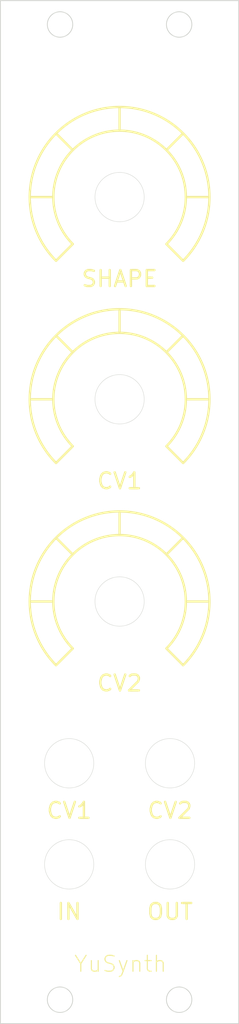
<source format=kicad_pcb>
(kicad_pcb (version 20221018) (generator pcbnew)
  (layers (0 "F.Cu" signal) (31 "B.Cu" signal) (34 "B.Paste" user) (35 "F.Paste" user) (36 "B.SilkS" user "B.Silkscreen") (37 "F.SilkS" user "F.Silkscreen") (38 "B.Mask" user) (39 "F.Mask" user) (44 "Edge.Cuts" user))
  (net 0 "")
  (footprint "1_Jacks:3.5mm_thonkiconn" (layer "F.Cu") (at 6.35 95.8)
    (fp_text reference "REF**" hide)
    (fp_text value "3.5mm_thonkiconn")
    (fp_text user "CV2" (at 0 7.112 unlocked) (layer "F.SilkS") (effects (font (size 2 2) (thickness 0.3)) (justify bottom)))
    (fp_circle (center 0 0) (end 3.1 0) (stroke (width 0.05)) (fill none) (layer "Edge.Cuts"))
  )
  (footprint "1_Jacks:3.5mm_thonkiconn" (layer "F.Cu") (at -6.35 95.8)
    (fp_text reference "REF**" hide)
    (fp_text value "3.5mm_thonkiconn")
    (fp_text user "CV1" (at 0 7.112 unlocked) (layer "F.SilkS") (effects (font (size 2 2) (thickness 0.3)) (justify bottom)))
    (fp_circle (center 0 0) (end 3.1 0) (stroke (width 0.05)) (fill none) (layer "Edge.Cuts"))
  )
  (footprint "1_Knob_Scales:16mm_Knob" (layer "F.Cu") (at 0 75.48)
    (fp_text reference "REF**" hide)
    (fp_text value "16mm_Knob")
    (fp_text user "CV2" (at 0 11.43 unlocked) (layer "F.SilkS") (effects (font (size 2 2) (thickness 0.3)) (justify bottom)))
    (fp_line (start -8.382 0) (end -11.176 0) (stroke (width 0.3)) (layer "F.SilkS"))
    (fp_line (start -5.9436 -5.9436) (end -7.9756 -7.9756) (stroke (width 0.3)) (layer "F.SilkS"))
    (fp_line (start -5.9 5.9) (end -8 8) (stroke (width 0.3)) (layer "F.SilkS"))
    (fp_line (start 0 -8.4328) (end 0 -11.2268) (stroke (width 0.3)) (layer "F.SilkS"))
    (fp_line (start 5.9 5.9) (end 8 8) (stroke (width 0.3)) (layer "F.SilkS"))
    (fp_line (start 5.969 -5.969) (end 7.9756 -7.9756) (stroke (width 0.3)) (layer "F.SilkS"))
    (fp_line (start 8.382 0) (end 11.176 0) (stroke (width 0.3)) (layer "F.SilkS"))
    (fp_arc (start -8 8) (mid 0 -11.313708) (end 8 8) (stroke (width 0.3)) (layer "F.SilkS"))
    (fp_arc (start -5.9 5.9) (mid 0 -8.34386) (end 5.9 5.9) (stroke (width 0.3)) (layer "F.SilkS"))
    (fp_circle (center 0 0) (end 3.1 0) (stroke (width 0.05)) (fill none) (layer "Edge.Cuts"))
  )
  (footprint "1_Knob_Scales:16mm_Knob" (layer "F.Cu") (at 0 50.08)
    (fp_text reference "REF**" hide)
    (fp_text value "16mm_Knob")
    (fp_text user "CV1" (at 0 11.43 unlocked) (layer "F.SilkS") (effects (font (size 2 2) (thickness 0.3)) (justify bottom)))
    (fp_line (start -8.382 0) (end -11.176 0) (stroke (width 0.3)) (layer "F.SilkS"))
    (fp_line (start -5.9436 -5.9436) (end -7.9756 -7.9756) (stroke (width 0.3)) (layer "F.SilkS"))
    (fp_line (start -5.9 5.9) (end -8 8) (stroke (width 0.3)) (layer "F.SilkS"))
    (fp_line (start 0 -8.4328) (end 0 -11.2268) (stroke (width 0.3)) (layer "F.SilkS"))
    (fp_line (start 5.9 5.9) (end 8 8) (stroke (width 0.3)) (layer "F.SilkS"))
    (fp_line (start 5.969 -5.969) (end 7.9756 -7.9756) (stroke (width 0.3)) (layer "F.SilkS"))
    (fp_line (start 8.382 0) (end 11.176 0) (stroke (width 0.3)) (layer "F.SilkS"))
    (fp_arc (start -8 8) (mid 0 -11.313708) (end 8 8) (stroke (width 0.3)) (layer "F.SilkS"))
    (fp_arc (start -5.9 5.9) (mid 0 -8.34386) (end 5.9 5.9) (stroke (width 0.3)) (layer "F.SilkS"))
    (fp_circle (center 0 0) (end 3.1 0) (stroke (width 0.05)) (fill none) (layer "Edge.Cuts"))
  )
  (footprint "1_Jacks:3.5mm_thonkiconn" (layer "F.Cu") (at -6.35 108.5)
    (fp_text reference "REF**" hide)
    (fp_text value "3.5mm_thonkiconn")
    (fp_text user "IN" (at 0 7.112 unlocked) (layer "F.SilkS") (effects (font (size 2 2) (thickness 0.3)) (justify bottom)))
    (fp_circle (center 0 0) (end 3.1 0) (stroke (width 0.05)) (fill none) (layer "Edge.Cuts"))
  )
  (footprint "1_Jacks:3.5mm_thonkiconn" (layer "F.Cu") (at 6.35 108.5)
    (fp_text reference "REF**" hide)
    (fp_text value "3.5mm_thonkiconn")
    (fp_text user "OUT" (at 0 7.112 unlocked) (layer "F.SilkS") (effects (font (size 2 2) (thickness 0.3)) (justify bottom)))
    (fp_circle (center 0 0) (end 3.1 0) (stroke (width 0.05)) (fill none) (layer "Edge.Cuts"))
  )
  (footprint "1_Knob_Scales:16mm_Knob" (layer "F.Cu") (at 0 24.68)
    (fp_text reference "REF**" hide)
    (fp_text value "16mm_Knob")
    (fp_text user "SHAPE" (at 0 11.43 unlocked) (layer "F.SilkS") (effects (font (size 2 2) (thickness 0.3)) (justify bottom)))
    (fp_line (start -8.382 0) (end -11.176 0) (stroke (width 0.3)) (layer "F.SilkS"))
    (fp_line (start -5.9436 -5.9436) (end -7.9756 -7.9756) (stroke (width 0.3)) (layer "F.SilkS"))
    (fp_line (start -5.9 5.9) (end -8 8) (stroke (width 0.3)) (layer "F.SilkS"))
    (fp_line (start 0 -8.4328) (end 0 -11.2268) (stroke (width 0.3)) (layer "F.SilkS"))
    (fp_line (start 5.9 5.9) (end 8 8) (stroke (width 0.3)) (layer "F.SilkS"))
    (fp_line (start 5.969 -5.969) (end 7.9756 -7.9756) (stroke (width 0.3)) (layer "F.SilkS"))
    (fp_line (start 8.382 0) (end 11.176 0) (stroke (width 0.3)) (layer "F.SilkS"))
    (fp_arc (start -8 8) (mid 0 -11.313708) (end 8 8) (stroke (width 0.3)) (layer "F.SilkS"))
    (fp_arc (start -5.9 5.9) (mid 0 -8.34386) (end 5.9 5.9) (stroke (width 0.3)) (layer "F.SilkS"))
    (fp_circle (center 0 0) (end 3.1 0) (stroke (width 0.05)) (fill none) (layer "Edge.Cuts"))
  )
  (gr_circle (center 7.5 125.5) (end 9.1 125.5) (stroke (width 0.1)) (fill none) (layer "Edge.Cuts"))
  (gr_circle (center -7.5 3) (end -5.9 3) (stroke (width 0.1)) (fill none) (layer "Edge.Cuts"))
  (gr_circle (center 7.5 3) (end 9.1 3) (stroke (width 0.1)) (fill none) (layer "Edge.Cuts"))
  (gr_circle (center -7.5 125.5) (end -5.9 125.5) (stroke (width 0.1)) (fill none) (layer "Edge.Cuts"))
  (gr_rect (start -15 0) (end 15 128.5) (stroke (width 0.1)) (fill none) (layer "Edge.Cuts"))
  (gr_text "YuSynth" (at -5.842 122.174) (layer "F.SilkS") (effects (font (size 2 2)) (justify left bottom)))
)
</source>
